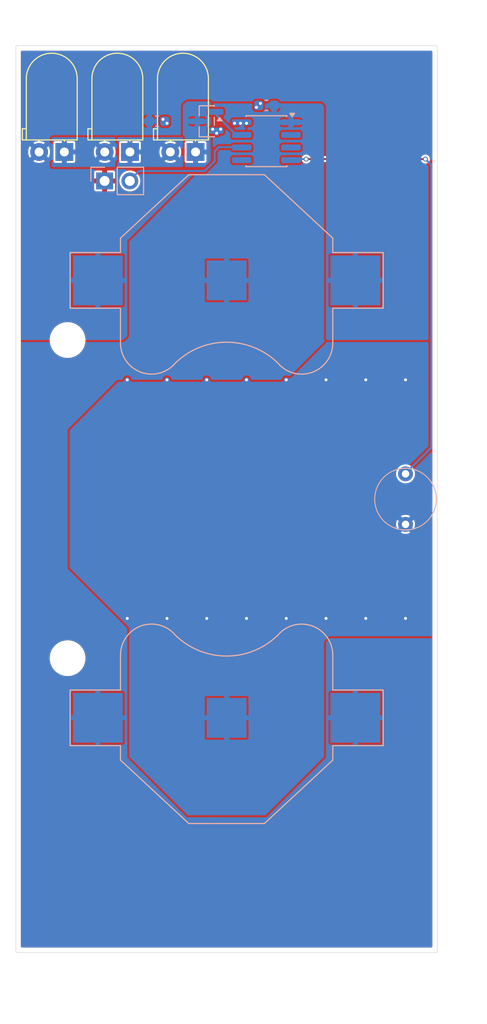
<source format=kicad_pcb>
(kicad_pcb (version 20241229) (generator "pcbnew") (generator_version "9.0")
  (layers (0 "F.Cu" signal) (2 "B.Cu" signal) (13 "F.Paste" user) (15 "B.Paste" user) (5 "F.SilkS" user "F.Silkscreen") (7 "B.SilkS" user "B.Silkscreen") (1 "F.Mask" user) (3 "B.Mask" user) (25 "Edge.Cuts" user))
  (net 0 "")
  (net 1 "VCC")
  (net 2 "GND")
  (net 3 "UPDI")
  (net 4 "WO")
  (net 5 "BTN1")
  (net 6 "+6V")
  (net 7 "/LED12")
  (net 8 "/LED23")
  (net 9 "/LED")
  (footprint "MountingHole:MountingHole_3.2mm_M3" (layer "F.Cu") (at 84 116)
    (property "Reference" "H2" (hide yes))
    (property "Value" "MountingHole" (hide yes))
    (pad "" np_thru_hole circle (at 0 0) (size 3.2 3.2) (drill 3.2) (layers "*.Cu" "*.Mask"))
  )
  (footprint "LED_THT:LED_D5.0mm_Horizontal_O1.27mm_Z3.0mm_Clear" (layer "F.Cu") (at 96.875 65.085 180)
    (property "Reference" "D1" (hide yes))
    (property "Value" "IR_LED" (hide yes))
    (fp_line (start 4.23 2.33) (end 3.83 2.33) (stroke (width 0.12)) (layer "F.SilkS"))
    (fp_line (start 4.23 1.21) (end 4.23 2.33) (stroke (width 0.12)) (layer "F.SilkS"))
    (fp_line (start 3.83 2.33) (end 3.83 1.21) (stroke (width 0.12)) (layer "F.SilkS"))
    (fp_line (start 3.83 1.21) (end 4.23 1.21) (stroke (width 0.12)) (layer "F.SilkS"))
    (fp_line (start 3.83 1.21) (end 3.83 7.37) (stroke (width 0.12)) (layer "F.SilkS"))
    (fp_line (start 2.54 1.21) (end 2.54 1.08) (stroke (width 0.12)) (layer "F.SilkS"))
    (fp_line (start 2.54 1.08) (end 2.54 1.21) (stroke (width 0.12)) (layer "F.SilkS"))
    (fp_line (start 0 1.21) (end 0 1.08) (stroke (width 0.12)) (layer "F.SilkS"))
    (fp_line (start 0 1.08) (end 0 1.21) (stroke (width 0.12)) (layer "F.SilkS"))
    (fp_line (start -1.29 1.21) (end 3.83 1.21) (stroke (width 0.12)) (layer "F.SilkS"))
    (fp_line (start -1.29 1.21) (end -1.29 7.37) (stroke (width 0.12)) (layer "F.SilkS"))
    (fp_arc (start 3.83 7.37) (mid 1.27 9.93) (end -1.29 7.37) (stroke (width 0.12)) (layer "F.SilkS"))
    (pad "1" thru_hole rect (at 0 0 180) (size 1.8 1.8) (drill 0.9) (layers "*.Cu" "*.Mask") (net 9 "/LED"))
    (pad "2" thru_hole circle (at 2.54 0 180) (size 1.8 1.8) (drill 0.9) (layers "*.Cu" "*.Mask") (net 7 "/LED12"))
  )
  (footprint "LED_THT:LED_D5.0mm_Horizontal_O1.27mm_Z3.0mm_Clear" (layer "F.Cu") (at 90.275 65.085 180)
    (property "Reference" "D2" (hide yes))
    (property "Value" "IR_LED" (hide yes))
    (fp_line (start 4.23 2.33) (end 3.83 2.33) (stroke (width 0.12)) (layer "F.SilkS"))
    (fp_line (start 4.23 1.21) (end 4.23 2.33) (stroke (width 0.12)) (layer "F.SilkS"))
    (fp_line (start 3.83 2.33) (end 3.83 1.21) (stroke (width 0.12)) (layer "F.SilkS"))
    (fp_line (start 3.83 1.21) (end 4.23 1.21) (stroke (width 0.12)) (layer "F.SilkS"))
    (fp_line (start 3.83 1.21) (end 3.83 7.37) (stroke (width 0.12)) (layer "F.SilkS"))
    (fp_line (start 2.54 1.21) (end 2.54 1.08) (stroke (width 0.12)) (layer "F.SilkS"))
    (fp_line (start 2.54 1.08) (end 2.54 1.21) (stroke (width 0.12)) (layer "F.SilkS"))
    (fp_line (start 0 1.21) (end 0 1.08) (stroke (width 0.12)) (layer "F.SilkS"))
    (fp_line (start 0 1.08) (end 0 1.21) (stroke (width 0.12)) (layer "F.SilkS"))
    (fp_line (start -1.29 1.21) (end 3.83 1.21) (stroke (width 0.12)) (layer "F.SilkS"))
    (fp_line (start -1.29 1.21) (end -1.29 7.37) (stroke (width 0.12)) (layer "F.SilkS"))
    (fp_arc (start 3.83 7.37) (mid 1.27 9.93) (end -1.29 7.37) (stroke (width 0.12)) (layer "F.SilkS"))
    (pad "1" thru_hole rect (at 0 0 180) (size 1.8 1.8) (drill 0.9) (layers "*.Cu" "*.Mask") (net 7 "/LED12"))
    (pad "2" thru_hole circle (at 2.54 0 180) (size 1.8 1.8) (drill 0.9) (layers "*.Cu" "*.Mask") (net 8 "/LED23"))
  )
  (footprint "MountingHole:MountingHole_3.2mm_M3" (layer "F.Cu") (at 84 84)
    (property "Reference" "H1" (hide yes))
    (property "Value" "MountingHole" (hide yes))
    (pad "" np_thru_hole circle (at 0 0) (size 3.2 3.2) (drill 3.2) (layers "*.Cu" "*.Mask"))
  )
  (footprint "LED_THT:LED_D5.0mm_Horizontal_O1.27mm_Z3.0mm_Clear" (layer "F.Cu") (at 83.675 65.085 180)
    (property "Reference" "D3" (hide yes))
    (property "Value" "IR_LED" (hide yes))
    (fp_line (start 4.23 2.33) (end 3.83 2.33) (stroke (width 0.12)) (layer "F.SilkS"))
    (fp_line (start 4.23 1.21) (end 4.23 2.33) (stroke (width 0.12)) (layer "F.SilkS"))
    (fp_line (start 3.83 2.33) (end 3.83 1.21) (stroke (width 0.12)) (layer "F.SilkS"))
    (fp_line (start 3.83 1.21) (end 4.23 1.21) (stroke (width 0.12)) (layer "F.SilkS"))
    (fp_line (start 3.83 1.21) (end 3.83 7.37) (stroke (width 0.12)) (layer "F.SilkS"))
    (fp_line (start 2.54 1.21) (end 2.54 1.08) (stroke (width 0.12)) (layer "F.SilkS"))
    (fp_line (start 2.54 1.08) (end 2.54 1.21) (stroke (width 0.12)) (layer "F.SilkS"))
    (fp_line (start 0 1.21) (end 0 1.08) (stroke (width 0.12)) (layer "F.SilkS"))
    (fp_line (start 0 1.08) (end 0 1.21) (stroke (width 0.12)) (layer "F.SilkS"))
    (fp_line (start -1.29 1.21) (end 3.83 1.21) (stroke (width 0.12)) (layer "F.SilkS"))
    (fp_line (start -1.29 1.21) (end -1.29 7.37) (stroke (width 0.12)) (layer "F.SilkS"))
    (fp_arc (start 3.83 7.37) (mid 1.27 9.93) (end -1.29 7.37) (stroke (width 0.12)) (layer "F.SilkS"))
    (pad "1" thru_hole rect (at 0 0 180) (size 1.8 1.8) (drill 0.9) (layers "*.Cu" "*.Mask") (net 8 "/LED23"))
    (pad "2" thru_hole circle (at 2.54 0 180) (size 1.8 1.8) (drill 0.9) (layers "*.Cu" "*.Mask") (net 6 "+6V"))
  )
  (footprint "Package_SO:SOIC-8_3.9x4.9mm_P1.27mm" (layer "B.Cu") (at 104 64 180)
    (property "Reference" "U1" (hide yes))
    (property "Value" "ATtiny202-SS" (hide yes))
    (fp_line (start 2.06 2.56) (end 2.06 2.465) (stroke (width 0.12)) (layer "B.SilkS"))
    (fp_line (start 2.06 -2.465) (end 2.06 -2.56) (stroke (width 0.12)) (layer "B.SilkS"))
    (fp_line (start 2.06 -2.56) (end -2.06 -2.56) (stroke (width 0.12)) (layer "B.SilkS"))
    (fp_line (start -2.06 2.56) (end 2.06 2.56) (stroke (width 0.12)) (layer "B.SilkS"))
    (fp_line (start -2.06 2.465) (end -2.06 2.56) (stroke (width 0.12)) (layer "B.SilkS"))
    (fp_line (start -2.06 -2.56) (end -2.06 -2.465) (stroke (width 0.12)) (layer "B.SilkS"))
    (fp_poly (pts (xy -2.6 2.47) (xy -2.84 2.8) (xy -2.36 2.8)) (stroke (width 0.12)) (fill yes) (layer "B.SilkS"))
    (pad "1" smd roundrect (at -2.475 1.905 180) (size 1.95 0.6) (layers "B.Cu" "B.Mask" "B.Paste") (net 1 "VCC"))
    (pad "2" smd roundrect (at -2.475 0.635 180) (size 1.95 0.6) (layers "B.Cu" "B.Mask" "B.Paste"))
    (pad "3" smd roundrect (at -2.475 -0.635 180) (size 1.95 0.6) (layers "B.Cu" "B.Mask" "B.Paste"))
    (pad "4" smd roundrect (at -2.475 -1.905 180) (size 1.95 0.6) (layers "B.Cu" "B.Mask" "B.Paste") (net 5 "BTN1"))
    (pad "5" smd roundrect (at 2.475 -1.905 180) (size 1.95 0.6) (layers "B.Cu" "B.Mask" "B.Paste"))
    (pad "6" smd roundrect (at 2.475 -0.635 180) (size 1.95 0.6) (layers "B.Cu" "B.Mask" "B.Paste") (net 3 "UPDI"))
    (pad "7" smd roundrect (at 2.475 0.635 180) (size 1.95 0.6) (layers "B.Cu" "B.Mask" "B.Paste") (net 4 "WO"))
    (pad "8" smd roundrect (at 2.475 1.905 180) (size 1.95 0.6) (layers "B.Cu" "B.Mask" "B.Paste") (net 2 "GND"))
  )
  (footprint "Battery:BatteryHolder_Multicomp_BC-2001_1x2032" (layer "B.Cu") (at 100 78)
    (property "Reference" "BT2" (hide yes))
    (property "Value" "CR2032")
    (fp_line (start -15.75 -2.8) (end -15.75 2.8) (stroke (width 0.12)) (layer "B.SilkS"))
    (fp_line (start -15.75 -2.8) (end -10.68 -2.8) (stroke (width 0.12)) (layer "B.SilkS"))
    (fp_line (start -15.75 2.8) (end -10.68 2.8) (stroke (width 0.12)) (layer "B.SilkS"))
    (fp_line (start -10.68 -4.25) (end -3.8 -10.63) (stroke (width 0.12)) (layer "B.SilkS"))
    (fp_line (start -10.68 -2.8) (end -10.68 -4.25) (stroke (width 0.12)) (layer "B.SilkS"))
    (fp_line (start -10.68 2.8) (end -10.68 6.28) (stroke (width 0.12)) (layer "B.SilkS"))
    (fp_line (start 3.8 -10.63) (end -3.8 -10.63) (stroke (width 0.12)) (layer "B.SilkS"))
    (fp_line (start 10.68 -4.25) (end 3.8 -10.63) (stroke (width 0.12)) (layer "B.SilkS"))
    (fp_line (start 10.68 -2.8) (end 10.68 -4.25) (stroke (width 0.12)) (layer "B.SilkS"))
    (fp_line (start 10.68 -2.8) (end 15.75 -2.8) (stroke (width 0.12)) (layer "B.SilkS"))
    (fp_line (start 10.68 2.8) (end 10.68 6.35) (stroke (width 0.12)) (layer "B.SilkS"))
    (fp_line (start 15.75 -2.8) (end 15.75 2.8) (stroke (width 0.12)) (layer "B.SilkS"))
    (fp_line (start 15.75 2.8) (end 10.68 2.8) (stroke (width 0.12)) (layer "B.SilkS"))
    (fp_arc (start -5.180001 8.339999) (mid -8.637972 9.23169) (end -10.677058 6.3) (stroke (width 0.12)) (layer "B.SilkS"))
    (fp_arc (start -5.169999 8.330001) (mid 0.096808 6.218103) (end 5.306422 8.467392) (stroke (width 0.12)) (layer "B.SilkS"))
    (fp_arc (start 10.68 6.3) (mid 8.734461 9.197232) (end 5.316452 8.492753) (stroke (width 0.12)) (layer "B.SilkS"))
    (pad "1" smd rect (at -12.95 0) (size 5 5) (layers "B.Cu" "B.Mask" "B.Paste") (net 6 "+6V"))
    (pad "1" smd rect (at 12.95 0) (size 5 5) (layers "B.Cu" "B.Mask" "B.Paste") (net 6 "+6V"))
    (pad "2" smd rect (at 0 0) (size 4 4) (layers "B.Cu" "B.Mask" "B.Paste") (net 1 "VCC"))
  )
  (footprint "Library:alps-skrg" (layer "B.Cu") (at 118 100 -90)
    (property "Reference" "SW1" (hide yes))
    (property "Value" "BTN1" (hide yes))
    (fp_circle (center 0 0) (end 3.1 0) (stroke (width 0.1)) (fill no) (layer "B.SilkS"))
    (pad "1" thru_hole circle (at -2.54 0 270) (size 1.5 1.5) (drill 0.75) (layers "*.Cu" "*.Mask") (net 5 "BTN1"))
    (pad "2" thru_hole circle (at 2.54 0 270) (size 1.5 1.5) (drill 0.75) (layers "*.Cu" "*.Mask") (net 2 "GND"))
  )
  (footprint "Package_TO_SOT_SMD:SOT-23" (layer "B.Cu") (at 98 62 180)
    (property "Reference" "Q1" (hide yes))
    (property "Value" "BSS138" (hide yes))
    (fp_line (start 0.76 1.56) (end 0.76 0.56) (stroke (width 0.12)) (layer "B.SilkS"))
    (fp_line (start 0.76 -0.56) (end 0.76 -1.56) (stroke (width 0.12)) (layer "B.SilkS"))
    (fp_line (start 0.76 -1.56) (end -0.76 -1.56) (stroke (width 0.12)) (layer "B.SilkS"))
    (fp_line (start -0.76 1.56) (end 0.76 1.56) (stroke (width 0.12)) (layer "B.SilkS"))
    (fp_line (start -0.76 1.51) (end -0.76 1.56) (stroke (width 0.12)) (layer "B.SilkS"))
    (fp_line (start -0.76 -0.39) (end -0.76 0.39) (stroke (width 0.12)) (layer "B.SilkS"))
    (fp_line (start -0.76 -1.56) (end -0.76 -1.51) (stroke (width 0.12)) (layer "B.SilkS"))
    (fp_poly (pts (xy -1.3 0.38) (xy -1.06 0.05) (xy -1.54 0.05)) (stroke (width 0.12)) (fill yes) (layer "B.SilkS"))
    (pad "1" smd roundrect (at -0.9375 0.95 180) (size 1.475 0.6) (layers "B.Cu" "B.Mask" "B.Paste") (net 4 "WO"))
    (pad "2" smd roundrect (at -0.9375 -0.95 180) (size 1.475 0.6) (layers "B.Cu" "B.Mask" "B.Paste") (net 2 "GND"))
    (pad "3" smd roundrect (at 0.9375 0 180) (size 1.475 0.6) (layers "B.Cu" "B.Mask" "B.Paste") (net 9 "/LED"))
  )
  (footprint "Capacitor_SMD:C_0603_1608Metric" (layer "B.Cu") (at 104 60.4 180)
    (property "Reference" "C1" (hide yes))
    (property "Value" "4u7" (hide yes))
    (fp_line (start -0.14058 0.51) (end 0.14058 0.51) (stroke (width 0.12)) (layer "B.SilkS"))
    (fp_line (start -0.14058 -0.51) (end 0.14058 -0.51) (stroke (width 0.12)) (layer "B.SilkS"))
    (pad "1" smd roundrect (at -0.775 0 180) (size 0.9 0.95) (layers "B.Cu" "B.Mask" "B.Paste") (net 1 "VCC"))
    (pad "2" smd roundrect (at 0.775 0 180) (size 0.9 0.95) (layers "B.Cu" "B.Mask" "B.Paste") (net 2 "GND"))
  )
  (footprint "Library:mcbeeringi_icon_20mm" (layer "B.Cu") (at 106 98 180)
    (property "Reference" "" (at 0 0 0) (layer "B.SilkS") (effects (font (size 1.27 1.27)) (justify mirror)))
    (property "Value" "LOGO" (hide yes))
  )
  (footprint "Library:PCB.MCBEERINGI.DEV" (layer "B.Cu") (at 90 98 180)
    (property "Reference" "" (at 0 0 0) (layer "B.SilkS") (effects (font (size 1.27 1.27)) (justify mirror)))
    (property "Value" "")
  )
  (footprint "Connector_PinHeader_2.54mm:PinHeader_1x02_P2.54mm_Vertical" (layer "B.Cu") (at 87.725 68 -90)
    (property "Reference" "J1" (hide yes))
    (property "Value" "UPDI" (hide yes))
    (fp_line (start -1.38 1.38) (end 0 1.38) (stroke (width 0.12)) (layer "B.SilkS"))
    (fp_line (start -1.38 0) (end -1.38 1.38) (stroke (width 0.12)) (layer "B.SilkS"))
    (fp_line (start -1.38 -1.27) (end 1.38 -1.27) (stroke (width 0.12)) (layer "B.SilkS"))
    (fp_line (start -1.38 -1.27) (end -1.38 -3.92) (stroke (width 0.12)) (layer "B.SilkS"))
    (fp_line (start 1.38 -1.27) (end 1.38 -3.92) (stroke (width 0.12)) (layer "B.SilkS"))
    (fp_line (start -1.38 -3.92) (end 1.38 -3.92) (stroke (width 0.12)) (layer "B.SilkS"))
    (pad "1" thru_hole rect (at 0 0 270) (size 1.7 1.7) (drill 1) (layers "*.Cu" "*.Mask") (net 2 "GND"))
    (pad "2" thru_hole circle (at 0 -2.54 270) (size 1.7 1.7) (drill 1) (layers "*.Cu" "*.Mask") (net 3 "UPDI"))
  )
  (footprint "Capacitor_SMD:C_0603_1608Metric" (layer "B.Cu") (at 93 62)
    (property "Reference" "C2" (hide yes))
    (property "Value" "4u7" (hide yes))
    (fp_line (start -0.14058 -0.51) (end 0.14058 -0.51) (stroke (width 0.12)) (layer "B.SilkS"))
    (fp_line (start -0.14058 0.51) (end 0.14058 0.51) (stroke (width 0.12)) (layer "B.SilkS"))
    (pad "1" smd roundrect (at -0.775 0) (size 0.9 0.95) (layers "B.Cu" "B.Mask" "B.Paste") (net 6 "+6V"))
    (pad "2" smd roundrect (at 0.775 0) (size 0.9 0.95) (layers "B.Cu" "B.Mask" "B.Paste") (net 2 "GND"))
  )
  (footprint "Battery:BatteryHolder_Multicomp_BC-2001_1x2032" (layer "B.Cu") (at 100 122 180)
    (property "Reference" "BT1" (hide yes))
    (property "Value" "CR2032")
    (fp_line (start 15.75 2.8) (end 10.68 2.8) (stroke (width 0.12)) (layer "B.SilkS"))
    (fp_line (start 15.75 -2.8) (end 15.75 2.8) (stroke (width 0.12)) (layer "B.SilkS"))
    (fp_line (start 10.68 2.8) (end 10.68 6.35) (stroke (width 0.12)) (layer "B.SilkS"))
    (fp_line (start 10.68 -2.8) (end 15.75 -2.8) (stroke (width 0.12)) (layer "B.SilkS"))
    (fp_line (start 10.68 -2.8) (end 10.68 -4.25) (stroke (width 0.12)) (layer "B.SilkS"))
    (fp_line (start 10.68 -4.25) (end 3.8 -10.63) (stroke (width 0.12)) (layer "B.SilkS"))
    (fp_line (start 3.8 -10.63) (end -3.8 -10.63) (stroke (width 0.12)) (layer "B.SilkS"))
    (fp_line (start -10.68 2.8) (end -10.68 6.28) (stroke (width 0.12)) (layer "B.SilkS"))
    (fp_line (start -10.68 -2.8) (end -10.68 -4.25) (stroke (width 0.12)) (layer "B.SilkS"))
    (fp_line (start -10.68 -4.25) (end -3.8 -10.63) (stroke (width 0.12)) (layer "B.SilkS"))
    (fp_line (start -15.75 2.8) (end -10.68 2.8) (stroke (width 0.12)) (layer "B.SilkS"))
    (fp_line (start -15.75 -2.8) (end -10.68 -2.8) (stroke (width 0.12)) (layer "B.SilkS"))
    (fp_line (start -15.75 -2.8) (end -15.75 2.8) (stroke (width 0.12)) (layer "B.SilkS"))
    (fp_arc (start 10.68 6.3) (mid 8.734461 9.197232) (end 5.316452 8.492753) (stroke (width 0.12)) (layer "B.SilkS"))
    (fp_arc (start -5.169999 8.330001) (mid 0.096808 6.218103) (end 5.306422 8.467392) (stroke (width 0.12)) (layer "B.SilkS"))
    (fp_arc (start -5.180001 8.339999) (mid -8.637972 9.23169) (end -10.677058 6.3) (stroke (width 0.12)) (layer "B.SilkS"))
    (pad "1" smd rect (at -12.95 0 180) (size 5 5) (layers "B.Cu" "B.Mask" "B.Paste") (net 1 "VCC"))
    (pad "1" smd rect (at 12.95 0 180) (size 5 5) (layers "B.Cu" "B.Mask" "B.Paste") (net 1 "VCC"))
    (pad "2" smd rect (at 0 0 180) (size 4 4) (layers "B.Cu" "B.Mask" "B.Paste") (net 2 "GND"))
  )
  (gr_line (start 78.8 54.4) (end 78.8 145.6) (stroke (width 0.05)) (layer "Edge.Cuts"))
  (gr_line (start 78.8 145.6) (end 121.2 145.6) (stroke (width 0.05)) (layer "Edge.Cuts"))
  (gr_line (start 121.2 145.6) (end 121.2 54.4) (stroke (width 0.05)) (layer "Edge.Cuts"))
  (gr_line (start 121.2 54.4) (end 78.8 54.4) (stroke (width 0.05)) (layer "Edge.Cuts"))
  (via (at 118 88) (size 0.5) (drill 0.3) (layers "F.Cu" "B.Cu") (net 2))
  (via (at 98 88) (size 0.5) (drill 0.3) (layers "F.Cu" "B.Cu") (net 2))
  (via (at 114 112) (size 0.5) (drill 0.3) (layers "F.Cu" "B.Cu") (net 2))
  (via (at 102 88) (size 0.5) (drill 0.3) (layers "F.Cu" "B.Cu") (net 2))
  (via (at 100.8 62.2) (size 0.5) (drill 0.3) (layers "F.Cu" "B.Cu") (net 2))
  (via (at 106 88) (size 0.5) (drill 0.3) (layers "F.Cu" "B.Cu") (net 2))
  (via (at 102 62.2) (size 0.5) (drill 0.3) (layers "F.Cu" "B.Cu") (net 2))
  (via (at 114 88) (size 0.5) (drill 0.3) (layers "F.Cu" "B.Cu") (net 2))
  (via (at 94 62.2) (size 0.5) (drill 0.3) (layers "F.Cu" "B.Cu") (net 2))
  (via (at 103 60.6) (size 0.5) (drill 0.3) (layers "F.Cu" "B.Cu") (net 2))
  (via (at 102 112) (size 0.5) (drill 0.3) (layers "F.Cu" "B.Cu") (net 2))
  (via (at 98 112) (size 0.5) (drill 0.3) (layers "F.Cu" "B.Cu") (net 2))
  (via (at 90 112) (size 0.5) (drill 0.3) (layers "F.Cu" "B.Cu") (net 2))
  (via (at 93.6 61.8) (size 0.5) (drill 0.3) (layers "F.Cu" "B.Cu") (net 2))
  (via (at 110 112) (size 0.5) (drill 0.3) (layers "F.Cu" "B.Cu") (net 2))
  (via (at 99 63.2) (size 0.5) (drill 0.3) (layers "F.Cu" "B.Cu") (net 2))
  (via (at 110 88) (size 0.5) (drill 0.3) (layers "F.Cu" "B.Cu") (net 2))
  (via (at 103.4 60.2) (size 0.5) (drill 0.3) (layers "F.Cu" "B.Cu") (net 2))
  (via (at 118 112) (size 0.5) (drill 0.3) (layers "F.Cu" "B.Cu") (net 2))
  (via (at 94 88) (size 0.5) (drill 0.3) (layers "F.Cu" "B.Cu") (net 2))
  (via (at 98.6 62.8) (size 0.5) (drill 0.3) (layers "F.Cu" "B.Cu") (net 2))
  (via (at 90 88) (size 0.5) (drill 0.3) (layers "F.Cu" "B.Cu") (net 2))
  (via (at 101.4 62.2) (size 0.5) (drill 0.3) (layers "F.Cu" "B.Cu") (net 2))
  (via (at 94 112) (size 0.5) (drill 0.3) (layers "F.Cu" "B.Cu") (net 2))
  (via (at 99.4 62.8) (size 0.5) (drill 0.3) (layers "F.Cu" "B.Cu") (net 2))
  (via (at 106 112) (size 0.5) (drill 0.3) (layers "F.Cu" "B.Cu") (net 2))
  (segment (start 101.49 64.6) (end 99.2 64.6) (width 0.2) (layer "B.Cu") (net 3))
  (segment (start 99.2 64.6) (end 98.8 65) (width 0.2) (layer "B.Cu") (net 3))
  (segment (start 90.265 67.935) (end 90.265 68) (width 0.2) (layer "B.Cu") (net 3))
  (segment (start 91.2 67) (end 90.265 67.935) (width 0.2) (layer "B.Cu") (net 3))
  (segment (start 97.8 67) (end 91.2 67) (width 0.2) (layer "B.Cu") (net 3))
  (segment (start 101.525 64.635) (end 101.49 64.6) (width 0.2) (layer "B.Cu") (net 3))
  (segment (start 98.8 65) (end 98.8 66) (width 0.2) (layer "B.Cu") (net 3))
  (segment (start 98.8 66) (end 97.8 67) (width 0.2) (layer "B.Cu") (net 3))
  (segment (start 98.9375 61.05) (end 98.9375 61.3375) (width 0.2) (layer "B.Cu") (net 4))
  (segment (start 100.965 63.365) (end 101.525 63.365) (width 0.2) (layer "B.Cu") (net 4))
  (segment (start 98.9375 61.3375) (end 100.965 63.365) (width 0.2) (layer "B.Cu") (net 4))
  (segment (start 108 65.8) (end 120 65.8) (width 0.2) (layer "F.Cu") (net 5))
  (via (at 120 65.8) (size 0.5) (drill 0.3) (layers "F.Cu" "B.Cu") (net 5))
  (via (at 108 65.8) (size 0.5) (drill 0.3) (layers "F.Cu" "B.Cu") (net 5))
  (segment (start 118 97.46) (end 118 97.4) (width 0.2) (layer "B.Cu") (net 5))
  (segment (start 120.6 94.8) (end 120.6 66.4) (width 0.2) (layer "B.Cu") (net 5))
  (segment (start 108 65.8) (end 106.58 65.8) (width 0.2) (layer "B.Cu") (net 5))
  (segment (start 106.58 65.8) (end 106.475 65.905) (width 0.2) (layer "B.Cu") (net 5))
  (segment (start 120.6 66.4) (end 120 65.8) (width 0.2) (layer "B.Cu") (net 5))
  (segment (start 118 97.4) (end 120.6 94.8) (width 0.2) (layer "B.Cu") (net 5))
  (zone (net 0) (net_name "") (layer "F.Cu") (connect_pads (clearance 0)) (min_thickness 0.25)
    (keepout (tracks not_allowed) (vias not_allowed) (pads not_allowed) (copperpour not_allowed) (footprints allowed))
    (fill (thermal_gap 0.5) (thermal_bridge_width 0.5))
    (polygon (pts (xy 94.4 104.8) (xy 94.4 95.2) (xy 94.6 95) (xy 118 95) (xy 118.2 95.2) (xy 118.2 104.8) (xy 118 105) (xy 94.6 105)))
  )
  (zone (net 2) (net_name "GND") (layers "F.Cu" "B.Cu") (connect_pads (clearance 0.2)) (min_thickness 0.25) (fill yes (thermal_gap 0.2) (thermal_bridge_width 0.5))
    (polygon (pts (xy 78.4 54) (xy 121.6 54) (xy 121.6 146) (xy 78.4 146)))
  )
  (zone (net 9) (net_name "/LED") (layer "B.Cu") (priority 3) (connect_pads (clearance 0.2)) (min_thickness 0.25) (fill yes (thermal_gap 0.2) (thermal_bridge_width 0.5))
    (polygon (pts (xy 95.6 60.4) (xy 95.6 66.6) (xy 98 66.6) (xy 98.4 66.2) (xy 98.4 60) (xy 96 60)))
  )
  (zone (net 1) (net_name "VCC") (layer "B.Cu") (priority 1) (connect_pads (clearance 0.2)) (min_thickness 0.25) (fill yes (thermal_gap 0.2) (thermal_bridge_width 0.5))
    (polygon (pts (xy 126.2 114) (xy 110.4 114) (xy 110 114.4) (xy 110 126.00058) (xy 103.999762 131.999954) (xy 95.998831 131.998831) (xy 90 126) (xy 90 113) (xy 84 107) (xy 84 93) (xy 89 88) (xy 106 88) (xy 110 84) (xy 110 49.8) (xy 77.2 49.8) (xy 77.2 152.8) (xy 126.2 152.8)))
  )
  (zone (net 8) (net_name "/LED23") (layer "B.Cu") (priority 3) (connect_pads (clearance 0.2)) (min_thickness 0.25) (fill yes (thermal_gap 0.2) (thermal_bridge_width 0.5))
    (polygon (pts (xy 82.4 63.6) (xy 89 63.6) (xy 89 66.6) (xy 82.4 66.6)))
  )
  (zone (net 6) (net_name "+6V") (layer "B.Cu") (priority 2) (connect_pads (clearance 0.2)) (min_thickness 0.25) (fill yes (thermal_gap 0.2) (thermal_bridge_width 0.5))
    (polygon (pts (xy 78 53.6) (xy 122 53.6) (xy 122 66.6) (xy 122 84) (xy 110 84) (xy 110 60.4) (xy 109.6 60) (xy 98.4 60) (xy 97.4 66.6) (xy 90 74) (xy 90 83.6) (xy 89.6 84) (xy 78 84)))
  )
  (zone (net 7) (net_name "/LED12") (layer "B.Cu") (priority 3) (connect_pads (clearance 0.2)) (min_thickness 0.25) (fill yes (thermal_gap 0.2) (thermal_bridge_width 0.5))
    (polygon (pts (xy 89 63.6) (xy 95.6 63.6) (xy 95.6 66.6) (xy 89 66.6)))
  )
)
</source>
